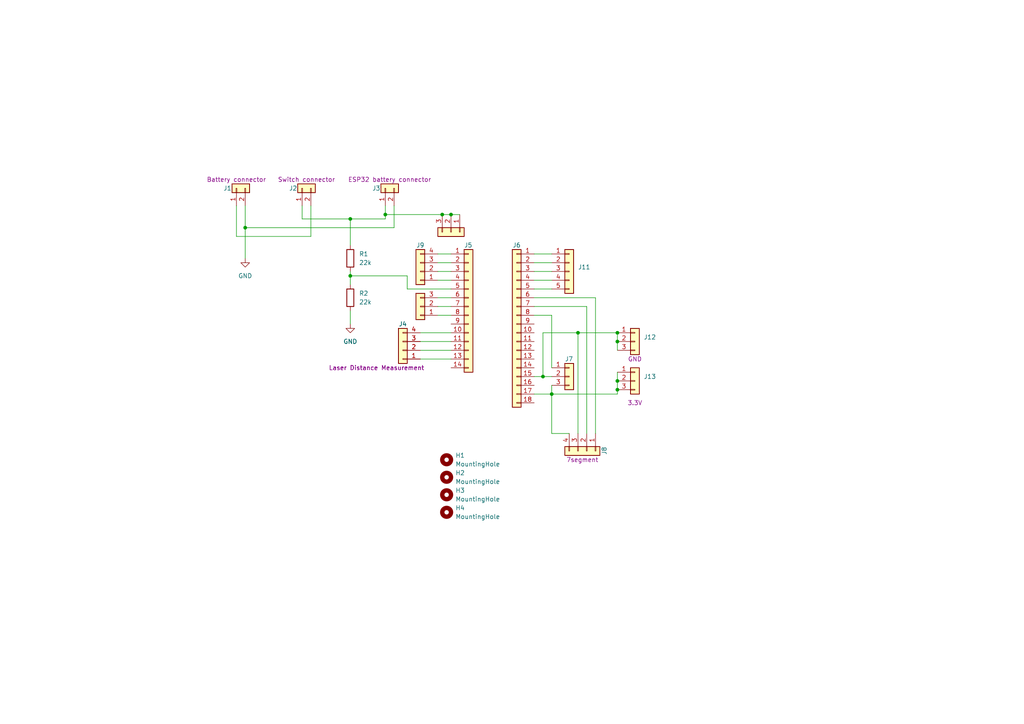
<source format=kicad_sch>
(kicad_sch (version 20211123) (generator eeschema)
  (paper "A4")
  (lib_symbols
    (symbol "Connector_Generic:Conn_01x02" (pin_names (offset 1.016) hide)
      (property "Reference" "J" (at 0 2.54 0))
      (property "Value" "Conn_01x02" (at 0 -5.08 0))
      (symbol "Conn_01x02_1_1"
        (rectangle (start -1.27 -2.413) (end 0 -2.667) (stroke (width 0.1524)))
        (rectangle (start -1.27 0.127) (end 0 -0.127) (stroke (width 0.1524)))
        (rectangle (start -1.27 1.27) (end 1.27 -3.81) (stroke (width 0.254)) (fill (type background)))
        (pin passive line (at -5.08 0 0) (length 3.81) (name "Pin_1") (number "1"))
        (pin passive line (at -5.08 -2.54 0) (length 3.81) (name "Pin_2") (number "2"))
      )
    )
    (symbol "Connector_Generic:Conn_01x03" (pin_names (offset 1.016) hide)
      (property "Reference" "J" (at 0 5.08 0))
      (property "Value" "Conn_01x03" (at 0 -5.08 0))
      (symbol "Conn_01x03_1_1"
        (rectangle (start -1.27 -2.413) (end 0 -2.667) (stroke (width 0.1524)))
        (rectangle (start -1.27 0.127) (end 0 -0.127) (stroke (width 0.1524)))
        (rectangle (start -1.27 2.667) (end 0 2.413) (stroke (width 0.1524)))
        (rectangle (start -1.27 3.81) (end 1.27 -3.81) (stroke (width 0.254)) (fill (type background)))
        (pin passive line (at -5.08 2.54 0) (length 3.81) (name "Pin_1") (number "1"))
        (pin passive line (at -5.08 0 0) (length 3.81) (name "Pin_2") (number "2"))
        (pin passive line (at -5.08 -2.54 0) (length 3.81) (name "Pin_3") (number "3"))
      )
    )
    (symbol "Connector_Generic:Conn_01x04" (pin_names (offset 1.016) hide)
      (property "Reference" "J" (at 0 5.08 0))
      (property "Value" "Conn_01x04" (at 0 -7.62 0))
      (symbol "Conn_01x04_1_1"
        (rectangle (start -1.27 -4.953) (end 0 -5.207) (stroke (width 0.1524)))
        (rectangle (start -1.27 -2.413) (end 0 -2.667) (stroke (width 0.1524)))
        (rectangle (start -1.27 0.127) (end 0 -0.127) (stroke (width 0.1524)))
        (rectangle (start -1.27 2.667) (end 0 2.413) (stroke (width 0.1524)))
        (rectangle (start -1.27 3.81) (end 1.27 -6.35) (stroke (width 0.254)) (fill (type background)))
        (pin passive line (at -5.08 2.54 0) (length 3.81) (name "Pin_1") (number "1"))
        (pin passive line (at -5.08 0 0) (length 3.81) (name "Pin_2") (number "2"))
        (pin passive line (at -5.08 -2.54 0) (length 3.81) (name "Pin_3") (number "3"))
        (pin passive line (at -5.08 -5.08 0) (length 3.81) (name "Pin_4") (number "4"))
      )
    )
    (symbol "Connector_Generic:Conn_01x05" (pin_names (offset 1.016) hide)
      (property "Reference" "J" (at 0 7.62 0))
      (property "Value" "Conn_01x05" (at 0 -7.62 0))
      (symbol "Conn_01x05_1_1"
        (rectangle (start -1.27 -4.953) (end 0 -5.207) (stroke (width 0.1524)))
        (rectangle (start -1.27 -2.413) (end 0 -2.667) (stroke (width 0.1524)))
        (rectangle (start -1.27 0.127) (end 0 -0.127) (stroke (width 0.1524)))
        (rectangle (start -1.27 2.667) (end 0 2.413) (stroke (width 0.1524)))
        (rectangle (start -1.27 5.207) (end 0 4.953) (stroke (width 0.1524)))
        (rectangle (start -1.27 6.35) (end 1.27 -6.35) (stroke (width 0.254)) (fill (type background)))
        (pin passive line (at -5.08 5.08 0) (length 3.81) (name "Pin_1") (number "1"))
        (pin passive line (at -5.08 2.54 0) (length 3.81) (name "Pin_2") (number "2"))
        (pin passive line (at -5.08 0 0) (length 3.81) (name "Pin_3") (number "3"))
        (pin passive line (at -5.08 -2.54 0) (length 3.81) (name "Pin_4") (number "4"))
        (pin passive line (at -5.08 -5.08 0) (length 3.81) (name "Pin_5") (number "5"))
      )
    )
    (symbol "Connector_Generic:Conn_01x14" (pin_names (offset 1.016) hide)
      (property "Reference" "J" (at 0 17.78 0))
      (property "Value" "Conn_01x14" (at 0 -20.32 0))
      (symbol "Conn_01x14_1_1"
        (rectangle (start -1.27 -17.653) (end 0 -17.907) (stroke (width 0.1524)))
        (rectangle (start -1.27 -15.113) (end 0 -15.367) (stroke (width 0.1524)))
        (rectangle (start -1.27 -12.573) (end 0 -12.827) (stroke (width 0.1524)))
        (rectangle (start -1.27 -10.033) (end 0 -10.287) (stroke (width 0.1524)))
        (rectangle (start -1.27 -7.493) (end 0 -7.747) (stroke (width 0.1524)))
        (rectangle (start -1.27 -4.953) (end 0 -5.207) (stroke (width 0.1524)))
        (rectangle (start -1.27 -2.413) (end 0 -2.667) (stroke (width 0.1524)))
        (rectangle (start -1.27 0.127) (end 0 -0.127) (stroke (width 0.1524)))
        (rectangle (start -1.27 2.667) (end 0 2.413) (stroke (width 0.1524)))
        (rectangle (start -1.27 5.207) (end 0 4.953) (stroke (width 0.1524)))
        (rectangle (start -1.27 7.747) (end 0 7.493) (stroke (width 0.1524)))
        (rectangle (start -1.27 10.287) (end 0 10.033) (stroke (width 0.1524)))
        (rectangle (start -1.27 12.827) (end 0 12.573) (stroke (width 0.1524)))
        (rectangle (start -1.27 15.367) (end 0 15.113) (stroke (width 0.1524)))
        (rectangle (start -1.27 16.51) (end 1.27 -19.05) (stroke (width 0.254)) (fill (type background)))
        (pin passive line (at -5.08 15.24 0) (length 3.81) (name "Pin_1") (number "1"))
        (pin passive line (at -5.08 -7.62 0) (length 3.81) (name "Pin_10") (number "10"))
        (pin passive line (at -5.08 -10.16 0) (length 3.81) (name "Pin_11") (number "11"))
        (pin passive line (at -5.08 -12.7 0) (length 3.81) (name "Pin_12") (number "12"))
        (pin passive line (at -5.08 -15.24 0) (length 3.81) (name "Pin_13") (number "13"))
        (pin passive line (at -5.08 -17.78 0) (length 3.81) (name "Pin_14") (number "14"))
        (pin passive line (at -5.08 12.7 0) (length 3.81) (name "Pin_2") (number "2"))
        (pin passive line (at -5.08 10.16 0) (length 3.81) (name "Pin_3") (number "3"))
        (pin passive line (at -5.08 7.62 0) (length 3.81) (name "Pin_4") (number "4"))
        (pin passive line (at -5.08 5.08 0) (length 3.81) (name "Pin_5") (number "5"))
        (pin passive line (at -5.08 2.54 0) (length 3.81) (name "Pin_6") (number "6"))
        (pin passive line (at -5.08 0 0) (length 3.81) (name "Pin_7") (number "7"))
        (pin passive line (at -5.08 -2.54 0) (length 3.81) (name "Pin_8") (number "8"))
        (pin passive line (at -5.08 -5.08 0) (length 3.81) (name "Pin_9") (number "9"))
      )
    )
    (symbol "Connector_Generic:Conn_01x18" (pin_names (offset 1.016) hide)
      (property "Reference" "J" (at 0 22.86 0))
      (property "Value" "Conn_01x18" (at 0 -25.4 0))
      (symbol "Conn_01x18_1_1"
        (rectangle (start -1.27 -22.733) (end 0 -22.987) (stroke (width 0.1524)))
        (rectangle (start -1.27 -20.193) (end 0 -20.447) (stroke (width 0.1524)))
        (rectangle (start -1.27 -17.653) (end 0 -17.907) (stroke (width 0.1524)))
        (rectangle (start -1.27 -15.113) (end 0 -15.367) (stroke (width 0.1524)))
        (rectangle (start -1.27 -12.573) (end 0 -12.827) (stroke (width 0.1524)))
        (rectangle (start -1.27 -10.033) (end 0 -10.287) (stroke (width 0.1524)))
        (rectangle (start -1.27 -7.493) (end 0 -7.747) (stroke (width 0.1524)))
        (rectangle (start -1.27 -4.953) (end 0 -5.207) (stroke (width 0.1524)))
        (rectangle (start -1.27 -2.413) (end 0 -2.667) (stroke (width 0.1524)))
        (rectangle (start -1.27 0.127) (end 0 -0.127) (stroke (width 0.1524)))
        (rectangle (start -1.27 2.667) (end 0 2.413) (stroke (width 0.1524)))
        (rectangle (start -1.27 5.207) (end 0 4.953) (stroke (width 0.1524)))
        (rectangle (start -1.27 7.747) (end 0 7.493) (stroke (width 0.1524)))
        (rectangle (start -1.27 10.287) (end 0 10.033) (stroke (width 0.1524)))
        (rectangle (start -1.27 12.827) (end 0 12.573) (stroke (width 0.1524)))
        (rectangle (start -1.27 15.367) (end 0 15.113) (stroke (width 0.1524)))
        (rectangle (start -1.27 17.907) (end 0 17.653) (stroke (width 0.1524)))
        (rectangle (start -1.27 20.447) (end 0 20.193) (stroke (width 0.1524)))
        (rectangle (start -1.27 21.59) (end 1.27 -24.13) (stroke (width 0.254)) (fill (type background)))
        (pin passive line (at -5.08 20.32 0) (length 3.81) (name "Pin_1") (number "1"))
        (pin passive line (at -5.08 -2.54 0) (length 3.81) (name "Pin_10") (number "10"))
        (pin passive line (at -5.08 -5.08 0) (length 3.81) (name "Pin_11") (number "11"))
        (pin passive line (at -5.08 -7.62 0) (length 3.81) (name "Pin_12") (number "12"))
        (pin passive line (at -5.08 -10.16 0) (length 3.81) (name "Pin_13") (number "13"))
        (pin passive line (at -5.08 -12.7 0) (length 3.81) (name "Pin_14") (number "14"))
        (pin passive line (at -5.08 -15.24 0) (length 3.81) (name "Pin_15") (number "15"))
        (pin passive line (at -5.08 -17.78 0) (length 3.81) (name "Pin_16") (number "16"))
        (pin passive line (at -5.08 -20.32 0) (length 3.81) (name "Pin_17") (number "17"))
        (pin passive line (at -5.08 -22.86 0) (length 3.81) (name "Pin_18") (number "18"))
        (pin passive line (at -5.08 17.78 0) (length 3.81) (name "Pin_2") (number "2"))
        (pin passive line (at -5.08 15.24 0) (length 3.81) (name "Pin_3") (number "3"))
        (pin passive line (at -5.08 12.7 0) (length 3.81) (name "Pin_4") (number "4"))
        (pin passive line (at -5.08 10.16 0) (length 3.81) (name "Pin_5") (number "5"))
        (pin passive line (at -5.08 7.62 0) (length 3.81) (name "Pin_6") (number "6"))
        (pin passive line (at -5.08 5.08 0) (length 3.81) (name "Pin_7") (number "7"))
        (pin passive line (at -5.08 2.54 0) (length 3.81) (name "Pin_8") (number "8"))
        (pin passive line (at -5.08 0 0) (length 3.81) (name "Pin_9") (number "9"))
      )
    )
    (symbol "Device:R" (pin_numbers hide) (pin_names (offset 0))
      (property "Reference" "R" (at 2.032 0 90))
      (property "Value" "R" (at 0 0 90))
      (symbol "R_0_1"
        (rectangle (start -1.016 -2.54) (end 1.016 2.54) (stroke (width 0.254)))
      )
      (symbol "R_1_1"
        (pin passive line (at 0 3.81 270) (length 1.27) (name "~") (number "1"))
        (pin passive line (at 0 -3.81 90) (length 1.27) (name "~") (number "2"))
      )
    )
    (symbol "Mechanical:MountingHole" (pin_names (offset 1.016))
      (property "Reference" "H" (at 0 5.08 0))
      (property "Value" "MountingHole" (at 0 3.175 0))
      (symbol "MountingHole_0_1"
        (circle (center 0 0) (radius 1.27) (stroke (width 1.27)))
      )
    )
    (symbol "power:GND" (power) (pin_names (offset 0))
      (property "Value" "GND" (at 0 -3.81 0))
      (symbol "GND_0_1"
        (polyline (pts (xy 0 0) (xy 0 -1.27) (xy 1.27 -1.27) (xy 0 -2.54) (xy -1.27 -1.27) (xy 0 -1.27)))
      )
      (symbol "GND_1_1"
        (pin power_in line (at 0 0 270) (length 0) hide (name "GND") (number "1"))
      )
    )
  )
  (junction (at 71.12 66.04))
  (junction (at 160.02 114.3))
  (junction (at 101.6 80.01))
  (junction (at 130.81 62.23))
  (junction (at 128.27 62.23))
  (junction (at 179.07 99.06))
  (junction (at 111.76 62.23))
  (junction (at 157.48 109.22))
  (junction (at 179.07 110.49))
  (junction (at 179.07 96.52))
  (junction (at 101.6 63.5))
  (junction (at 179.07 113.03))
  (junction (at 167.64 96.52))
  (wire (pts (xy 127 88.9) (xy 130.81 88.9)))
  (wire (pts (xy 179.07 96.52) (xy 167.64 96.52)))
  (wire (pts (xy 127 73.66) (xy 130.81 73.66)))
  (wire (pts (xy 154.94 91.44) (xy 160.02 91.44)))
  (wire (pts (xy 179.07 110.49) (xy 179.07 113.03)))
  (wire (pts (xy 101.6 80.01) (xy 101.6 82.55)))
  (wire (pts (xy 101.6 90.17) (xy 101.6 93.98)))
  (wire (pts (xy 179.07 99.06) (xy 179.07 101.6)))
  (wire (pts (xy 121.92 101.6) (xy 130.81 101.6)))
  (wire (pts (xy 154.94 78.74) (xy 160.02 78.74)))
  (wire (pts (xy 160.02 91.44) (xy 160.02 106.68)))
  (wire (pts (xy 170.18 88.9) (xy 170.18 125.73)))
  (wire (pts (xy 172.72 86.36) (xy 154.94 86.36)))
  (wire (pts (xy 101.6 78.74) (xy 101.6 80.01)))
  (wire (pts (xy 127 86.36) (xy 130.81 86.36)))
  (wire (pts (xy 179.07 96.52) (xy 179.07 99.06)))
  (wire (pts (xy 154.94 109.22) (xy 157.48 109.22)))
  (wire (pts (xy 127 91.44) (xy 130.81 91.44)))
  (wire (pts (xy 167.64 96.52) (xy 157.48 96.52)))
  (wire (pts (xy 118.11 83.82) (xy 118.11 80.01)))
  (wire (pts (xy 130.81 83.82) (xy 118.11 83.82)))
  (wire (pts (xy 127 81.28) (xy 130.81 81.28)))
  (wire (pts (xy 179.07 107.95) (xy 179.07 110.49)))
  (wire (pts (xy 111.76 62.23) (xy 111.76 63.5)))
  (wire (pts (xy 154.94 76.2) (xy 160.02 76.2)))
  (wire (pts (xy 90.17 59.69) (xy 90.17 68.58)))
  (wire (pts (xy 71.12 66.04) (xy 114.3 66.04)))
  (wire (pts (xy 154.94 114.3) (xy 160.02 114.3)))
  (wire (pts (xy 71.12 59.69) (xy 71.12 66.04)))
  (wire (pts (xy 121.92 96.52) (xy 130.81 96.52)))
  (wire (pts (xy 71.12 66.04) (xy 71.12 74.93)))
  (wire (pts (xy 121.92 104.14) (xy 130.81 104.14)))
  (wire (pts (xy 68.58 68.58) (xy 90.17 68.58)))
  (wire (pts (xy 157.48 109.22) (xy 160.02 109.22)))
  (wire (pts (xy 154.94 88.9) (xy 170.18 88.9)))
  (wire (pts (xy 157.48 96.52) (xy 157.48 109.22)))
  (wire (pts (xy 68.58 59.69) (xy 68.58 68.58)))
  (wire (pts (xy 160.02 114.3) (xy 179.07 114.3)))
  (wire (pts (xy 154.94 83.82) (xy 160.02 83.82)))
  (wire (pts (xy 179.07 113.03) (xy 179.07 114.3)))
  (wire (pts (xy 127 78.74) (xy 130.81 78.74)))
  (wire (pts (xy 154.94 81.28) (xy 160.02 81.28)))
  (wire (pts (xy 172.72 125.73) (xy 172.72 86.36)))
  (wire (pts (xy 101.6 63.5) (xy 111.76 63.5)))
  (wire (pts (xy 111.76 59.69) (xy 111.76 62.23)))
  (wire (pts (xy 128.27 62.23) (xy 130.81 62.23)))
  (wire (pts (xy 118.11 80.01) (xy 101.6 80.01)))
  (wire (pts (xy 130.81 62.23) (xy 133.35 62.23)))
  (wire (pts (xy 87.63 59.69) (xy 87.63 63.5)))
  (wire (pts (xy 160.02 125.73) (xy 165.1 125.73)))
  (wire (pts (xy 167.64 96.52) (xy 167.64 125.73)))
  (wire (pts (xy 121.92 99.06) (xy 130.81 99.06)))
  (wire (pts (xy 114.3 59.69) (xy 114.3 66.04)))
  (wire (pts (xy 111.76 62.23) (xy 128.27 62.23)))
  (wire (pts (xy 154.94 73.66) (xy 160.02 73.66)))
  (wire (pts (xy 160.02 114.3) (xy 160.02 125.73)))
  (wire (pts (xy 87.63 63.5) (xy 101.6 63.5)))
  (wire (pts (xy 127 76.2) (xy 130.81 76.2)))
  (wire (pts (xy 101.6 63.5) (xy 101.6 71.12)))
  (wire (pts (xy 160.02 111.76) (xy 160.02 114.3)))
  (symbol (lib_id "Connector_Generic:Conn_01x05") (at 165.1 78.74 0) (unit 1)
    (property "Reference" "J11" (at 167.64 77.4699 0) (effects (justify left)))
    (property "Value" "Conn_01x05" (effects hide))
    (property "Footprint" "Connector_PinHeader_2.54mm:PinHeader_1x05_P2.54mm_Vertical" (effects hide))
  )
  (symbol (lib_id "Mechanical:MountingHole") (at 129.54 143.51 0) (unit 1)
    (property "Reference" "H3" (at 132.08 142.2399 0) (effects (justify left)))
    (property "Value" "MountingHole" (at 132.08 144.7799 0) (effects (justify left)))
    (property "Footprint" "MountingHole:MountingHole_2.5mm" (effects hide))
  )
  (symbol (lib_id "Connector_Generic:Conn_01x02") (at 87.63 54.61 90) (unit 1)
    (property "Reference" "J2" (at 83.82 54.61 90) (effects (justify right)))
    (property "Value" "Conn_01x02" (effects hide))
    (property "Footprint" "Connector_JST:JST_PH_B2B-PH-K_1x02_P2.00mm_Vertical" (effects hide))
    (property "Desc" "Switch connector" (at 88.9 52.07 90))
  )
  (symbol (lib_id "Connector_Generic:Conn_01x04") (at 170.18 130.81 270) (unit 1)
    (property "Reference" "J8" (at 175.26 129.54 0) (effects (justify left)))
    (property "Value" "Conn_01x04" (effects hide))
    (property "Footprint" "Connector_PinHeader_2.54mm:PinHeader_1x04_P2.54mm_Vertical" (effects hide))
    (property "Desc" "7segment" (at 168.91 133.35 90))
  )
  (symbol (lib_id "Mechanical:MountingHole") (at 129.54 148.59 0) (unit 1)
    (property "Reference" "H4" (at 132.08 147.3199 0) (effects (justify left)))
    (property "Value" "MountingHole" (at 132.08 149.8599 0) (effects (justify left)))
    (property "Footprint" "MountingHole:MountingHole_2.5mm" (effects hide))
  )
  (symbol (lib_id "Mechanical:MountingHole") (at 129.54 133.35 0) (unit 1)
    (property "Reference" "H1" (at 132.08 132.0799 0) (effects (justify left)))
    (property "Value" "MountingHole" (at 132.08 134.6199 0) (effects (justify left)))
    (property "Footprint" "MountingHole:MountingHole_2.5mm" (effects hide))
  )
  (symbol (lib_id "Connector_Generic:Conn_01x14") (at 135.89 88.9 0) (unit 1)
    (property "Reference" "J5" (at 134.62 71.12 0) (effects (justify left)))
    (property "Value" "Conn_01x14" (effects hide))
    (property "Footprint" "Connector_PinSocket_2.54mm:PinSocket_1x14_P2.54mm_Vertical" (effects hide))
  )
  (symbol (lib_id "Connector_Generic:Conn_01x18") (at 149.86 93.98 0) (mirror y) (unit 1)
    (property "Reference" "J6" (at 149.86 71.12 0))
    (property "Value" "Conn_01x18" (effects hide))
    (property "Footprint" "Connector_PinSocket_2.54mm:PinSocket_1x18_P2.54mm_Vertical" (effects hide))
  )
  (symbol (lib_id "Connector_Generic:Conn_01x03") (at 121.92 88.9 180) (unit 1)
    (property "Reference" "J?" (effects hide))
    (property "Value" "Conn_01x03" (effects hide))
    (property "Footprint" "Connector_PinHeader_2.54mm:PinHeader_1x03_P2.54mm_Vertical" (effects hide))
  )
  (symbol (lib_id "power:GND") (at 71.12 74.93 0) (unit 1)
    (property "Reference" "#PWR0101" (effects hide))
    (property "Value" "GND" (at 71.12 80.01 0))
  )
  (symbol (lib_id "Mechanical:MountingHole") (at 129.54 138.43 0) (unit 1)
    (property "Reference" "H2" (at 132.08 137.1599 0) (effects (justify left)))
    (property "Value" "MountingHole" (at 132.08 139.6999 0) (effects (justify left)))
    (property "Footprint" "MountingHole:MountingHole_2.5mm" (effects hide))
  )
  (symbol (lib_id "power:GND") (at 101.6 93.98 0) (unit 1)
    (property "Reference" "#PWR0102" (effects hide))
    (property "Value" "GND" (at 101.6 99.06 0))
  )
  (symbol (lib_id "Connector_Generic:Conn_01x03") (at 165.1 109.22 0) (unit 1)
    (property "Reference" "J7" (at 163.83 104.14 0) (effects (justify left)))
    (property "Value" "Conn_01x03" (effects hide))
    (property "Footprint" "Connector_PinHeader_2.54mm:PinHeader_1x03_P2.54mm_Vertical" (effects hide))
    (property "descv" "RGB LED" (effects hide))
  )
  (symbol (lib_id "Connector_Generic:Conn_01x03") (at 184.15 110.49 0) (unit 1)
    (property "Reference" "J13" (at 186.69 109.2199 0) (effects (justify left)))
    (property "Value" "Conn_01x03" (effects hide))
    (property "Footprint" "Connector_PinHeader_2.54mm:PinHeader_1x03_P2.54mm_Vertical" (effects hide))
    (property "desc" "3.3V" (at 184.15 116.84 0))
  )
  (symbol (lib_id "Device:R") (at 101.6 74.93 0) (unit 1)
    (property "Reference" "R1" (at 104.14 73.6599 0) (effects (justify left)))
    (property "Value" "22k" (at 104.14 76.1999 0) (effects (justify left)))
    (property "Footprint" "Resistor_THT:R_Axial_DIN0207_L6.3mm_D2.5mm_P10.16mm_Horizontal" (effects hide))
  )
  (symbol (lib_id "Connector_Generic:Conn_01x03") (at 184.15 99.06 0) (unit 1)
    (property "Reference" "J12" (at 186.69 97.7899 0) (effects (justify left)))
    (property "Value" "Conn_01x03" (effects hide))
    (property "Footprint" "Connector_PinHeader_2.54mm:PinHeader_1x03_P2.54mm_Vertical" (effects hide))
    (property "desc" "GND" (at 184.15 104.14 0))
  )
  (symbol (lib_id "Connector_Generic:Conn_01x02") (at 111.76 54.61 90) (unit 1)
    (property "Reference" "J3" (at 107.95 54.61 90) (effects (justify right)))
    (property "Value" "Conn_01x02" (effects hide))
    (property "Footprint" "Connector_JST:JST_PH_B2B-PH-K_1x02_P2.00mm_Vertical" (effects hide))
    (property "Desc" "ESP32 battery connector" (at 113.03 52.07 90))
  )
  (symbol (lib_id "Connector_Generic:Conn_01x04") (at 121.92 78.74 180) (unit 1)
    (property "Reference" "J9" (at 121.92 71.12 0))
    (property "Value" "Conn_01x04" (effects hide))
    (property "Footprint" "Connector_PinHeader_2.54mm:PinHeader_1x04_P2.54mm_Vertical" (effects hide))
  )
  (symbol (lib_id "Connector_Generic:Conn_01x03") (at 130.81 67.31 270) (unit 1)
    (property "Reference" "J10" (effects hide))
    (property "Value" "Conn_01x03" (effects hide))
    (property "Footprint" "Connector_PinHeader_2.54mm:PinHeader_1x03_P2.54mm_Vertical" (effects hide))
  )
  (symbol (lib_id "Connector_Generic:Conn_01x02") (at 68.58 54.61 90) (unit 1)
    (property "Reference" "J1" (at 64.77 54.61 90) (effects (justify right)))
    (property "Value" "Conn_01x02" (effects hide))
    (property "Footprint" "Connector_JST:JST_PH_B2B-PH-K_1x02_P2.00mm_Vertical" (effects hide))
    (property "Desc" "Battery connector" (at 68.58 52.07 90))
  )
  (symbol (lib_id "Connector_Generic:Conn_01x04") (at 116.84 101.6 180) (unit 1)
    (property "Reference" "J4" (at 116.84 93.98 0))
    (property "Value" "Conn_01x04" (effects hide))
    (property "Footprint" "Connector_PinHeader_2.54mm:PinHeader_1x04_P2.54mm_Vertical" (effects hide))
    (property "Desc" "Laser Distance Measurement" (at 109.22 106.68 0))
  )
  (symbol (lib_id "Device:R") (at 101.6 86.36 0) (unit 1)
    (property "Reference" "R2" (at 104.14 85.0899 0) (effects (justify left)))
    (property "Value" "22k" (at 104.14 87.6299 0) (effects (justify left)))
    (property "Footprint" "Resistor_THT:R_Axial_DIN0207_L6.3mm_D2.5mm_P10.16mm_Horizontal" (effects hide))
  )
)
</source>
